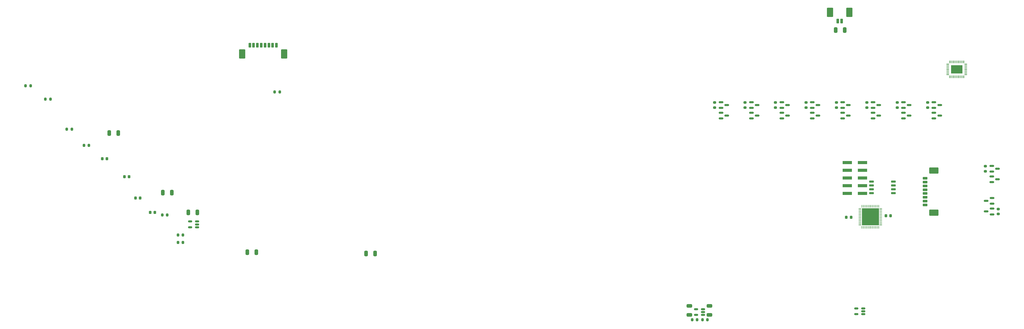
<source format=gbr>
%TF.GenerationSoftware,KiCad,Pcbnew,7.0.7+dfsg-1*%
%TF.CreationDate,2024-03-22T17:08:38+01:00*%
%TF.ProjectId,led_display,6c65645f-6469-4737-906c-61792e6b6963,rev?*%
%TF.SameCoordinates,Original*%
%TF.FileFunction,Soldermask,Bot*%
%TF.FilePolarity,Negative*%
%FSLAX46Y46*%
G04 Gerber Fmt 4.6, Leading zero omitted, Abs format (unit mm)*
G04 Created by KiCad (PCBNEW 7.0.7+dfsg-1) date 2024-03-22 17:08:38*
%MOMM*%
%LPD*%
G01*
G04 APERTURE LIST*
G04 Aperture macros list*
%AMRoundRect*
0 Rectangle with rounded corners*
0 $1 Rounding radius*
0 $2 $3 $4 $5 $6 $7 $8 $9 X,Y pos of 4 corners*
0 Add a 4 corners polygon primitive as box body*
4,1,4,$2,$3,$4,$5,$6,$7,$8,$9,$2,$3,0*
0 Add four circle primitives for the rounded corners*
1,1,$1+$1,$2,$3*
1,1,$1+$1,$4,$5*
1,1,$1+$1,$6,$7*
1,1,$1+$1,$8,$9*
0 Add four rect primitives between the rounded corners*
20,1,$1+$1,$2,$3,$4,$5,0*
20,1,$1+$1,$4,$5,$6,$7,0*
20,1,$1+$1,$6,$7,$8,$9,0*
20,1,$1+$1,$8,$9,$2,$3,0*%
G04 Aperture macros list end*
%ADD10RoundRect,0.250000X0.325000X0.650000X-0.325000X0.650000X-0.325000X-0.650000X0.325000X-0.650000X0*%
%ADD11RoundRect,0.050000X-0.050000X0.362500X-0.050000X-0.362500X0.050000X-0.362500X0.050000X0.362500X0*%
%ADD12RoundRect,0.050000X-0.362500X0.050000X-0.362500X-0.050000X0.362500X-0.050000X0.362500X0.050000X0*%
%ADD13R,3.800000X2.800000*%
%ADD14RoundRect,0.225000X-0.225000X-0.250000X0.225000X-0.250000X0.225000X0.250000X-0.225000X0.250000X0*%
%ADD15RoundRect,0.150000X-0.587500X-0.150000X0.587500X-0.150000X0.587500X0.150000X-0.587500X0.150000X0*%
%ADD16RoundRect,0.250000X0.650000X-0.325000X0.650000X0.325000X-0.650000X0.325000X-0.650000X-0.325000X0*%
%ADD17RoundRect,0.200000X-0.275000X0.200000X-0.275000X-0.200000X0.275000X-0.200000X0.275000X0.200000X0*%
%ADD18RoundRect,0.200000X0.200000X0.275000X-0.200000X0.275000X-0.200000X-0.275000X0.200000X-0.275000X0*%
%ADD19RoundRect,0.225000X0.225000X0.250000X-0.225000X0.250000X-0.225000X-0.250000X0.225000X-0.250000X0*%
%ADD20RoundRect,0.200000X-0.600000X0.200000X-0.600000X-0.200000X0.600000X-0.200000X0.600000X0.200000X0*%
%ADD21RoundRect,0.250001X-1.249999X0.799999X-1.249999X-0.799999X1.249999X-0.799999X1.249999X0.799999X0*%
%ADD22RoundRect,0.150000X0.587500X0.150000X-0.587500X0.150000X-0.587500X-0.150000X0.587500X-0.150000X0*%
%ADD23RoundRect,0.200000X0.275000X-0.200000X0.275000X0.200000X-0.275000X0.200000X-0.275000X-0.200000X0*%
%ADD24RoundRect,0.150000X0.512500X0.150000X-0.512500X0.150000X-0.512500X-0.150000X0.512500X-0.150000X0*%
%ADD25RoundRect,0.200000X-0.200000X-0.275000X0.200000X-0.275000X0.200000X0.275000X-0.200000X0.275000X0*%
%ADD26RoundRect,0.062500X-0.375000X-0.062500X0.375000X-0.062500X0.375000X0.062500X-0.375000X0.062500X0*%
%ADD27RoundRect,0.062500X-0.062500X-0.375000X0.062500X-0.375000X0.062500X0.375000X-0.062500X0.375000X0*%
%ADD28R,5.600000X5.600000*%
%ADD29RoundRect,0.250000X-0.650000X0.325000X-0.650000X-0.325000X0.650000X-0.325000X0.650000X0.325000X0*%
%ADD30RoundRect,0.200000X0.200000X0.600000X-0.200000X0.600000X-0.200000X-0.600000X0.200000X-0.600000X0*%
%ADD31RoundRect,0.250001X0.799999X1.249999X-0.799999X1.249999X-0.799999X-1.249999X0.799999X-1.249999X0*%
%ADD32RoundRect,0.150000X0.650000X0.150000X-0.650000X0.150000X-0.650000X-0.150000X0.650000X-0.150000X0*%
%ADD33R,3.150000X1.000000*%
%ADD34RoundRect,0.200000X-0.200000X-0.600000X0.200000X-0.600000X0.200000X0.600000X-0.200000X0.600000X0*%
%ADD35RoundRect,0.250001X-0.799999X-1.249999X0.799999X-1.249999X0.799999X1.249999X-0.799999X1.249999X0*%
G04 APERTURE END LIST*
D10*
%TO.C,C8*%
X-86102620Y-118400000D03*
X-89052620Y-118400000D03*
%TD*%
D11*
%TO.C,U1*%
X161100000Y-68737500D03*
X161500000Y-68737500D03*
X161900000Y-68737500D03*
X162300000Y-68737500D03*
X162700000Y-68737500D03*
X163100000Y-68737500D03*
X163500000Y-68737500D03*
X163900000Y-68737500D03*
X164300000Y-68737500D03*
X164700000Y-68737500D03*
X165100000Y-68737500D03*
X165500000Y-68737500D03*
X165900000Y-68737500D03*
D12*
X166462500Y-69400000D03*
X166462500Y-69800000D03*
X166462500Y-70200000D03*
X166462500Y-70600000D03*
X166462500Y-71000000D03*
X166462500Y-71400000D03*
X166462500Y-71800000D03*
X166462500Y-72200000D03*
X166462500Y-72600000D03*
X166462500Y-73000000D03*
D11*
X165900000Y-73662500D03*
X165500000Y-73662500D03*
X165100000Y-73662500D03*
X164700000Y-73662500D03*
X164300000Y-73662500D03*
X163900000Y-73662500D03*
X163500000Y-73662500D03*
X163100000Y-73662500D03*
X162700000Y-73662500D03*
X162300000Y-73662500D03*
X161900000Y-73662500D03*
X161500000Y-73662500D03*
X161100000Y-73662500D03*
D12*
X160537500Y-73000000D03*
X160537500Y-72600000D03*
X160537500Y-72200000D03*
X160537500Y-71800000D03*
X160537500Y-71400000D03*
X160537500Y-71000000D03*
X160537500Y-70600000D03*
X160537500Y-70200000D03*
X160537500Y-69800000D03*
X160537500Y-69400000D03*
D13*
X163500000Y-71200000D03*
%TD*%
D14*
%TO.C,C6*%
X140225000Y-119500000D03*
X141775000Y-119500000D03*
%TD*%
D15*
%TO.C,Q20*%
X175000000Y-108400000D03*
X175000000Y-106500000D03*
X176875000Y-107450000D03*
%TD*%
%TO.C,Q15*%
X126000000Y-87400000D03*
X126000000Y-85500000D03*
X127875000Y-86450000D03*
%TD*%
%TO.C,Q18*%
X156000000Y-87400000D03*
X156000000Y-85500000D03*
X157875000Y-86450000D03*
%TD*%
D16*
%TO.C,C11*%
X75644000Y-152167000D03*
X75644000Y-149217000D03*
%TD*%
D17*
%TO.C,R9*%
X153937500Y-82125000D03*
X153937500Y-83775000D03*
%TD*%
D18*
%TO.C,R18*%
X-121702620Y-96230000D03*
X-123352620Y-96230000D03*
%TD*%
D19*
%TO.C,C14*%
X-104872620Y-113580000D03*
X-106422620Y-113580000D03*
%TD*%
D15*
%TO.C,Q8*%
X156000000Y-83900000D03*
X156000000Y-82000000D03*
X157875000Y-82950000D03*
%TD*%
D17*
%TO.C,R7*%
X133937500Y-82125000D03*
X133937500Y-83775000D03*
%TD*%
D15*
%TO.C,Q1*%
X86000000Y-83900000D03*
X86000000Y-82000000D03*
X87875000Y-82950000D03*
%TD*%
D18*
%TO.C,R19*%
X-134372620Y-81030000D03*
X-136022620Y-81030000D03*
%TD*%
%TO.C,R1*%
X-95972620Y-119230000D03*
X-97622620Y-119230000D03*
%TD*%
D20*
%TO.C,J3*%
X153100000Y-107125000D03*
X153100000Y-108375000D03*
X153100000Y-109625000D03*
X153100000Y-110875000D03*
X153100000Y-112125000D03*
X153100000Y-113375000D03*
X153100000Y-114625000D03*
X153100000Y-115875000D03*
D21*
X156000000Y-104575000D03*
X156000000Y-118425000D03*
%TD*%
D15*
%TO.C,Q3*%
X106000000Y-83900000D03*
X106000000Y-82000000D03*
X107875000Y-82950000D03*
%TD*%
D17*
%TO.C,R5*%
X113937500Y-82125000D03*
X113937500Y-83775000D03*
%TD*%
D18*
%TO.C,R12*%
X-90822620Y-125780000D03*
X-92472620Y-125780000D03*
%TD*%
D10*
%TO.C,C13*%
X-66702620Y-131500000D03*
X-69652620Y-131500000D03*
%TD*%
D19*
%TO.C,C5*%
X128775000Y-120000000D03*
X127225000Y-120000000D03*
%TD*%
D15*
%TO.C,Q16*%
X136000000Y-87400000D03*
X136000000Y-85500000D03*
X137875000Y-86450000D03*
%TD*%
%TO.C,Q13*%
X106000000Y-87400000D03*
X106000000Y-85500000D03*
X107875000Y-86450000D03*
%TD*%
%TO.C,Q2*%
X96000000Y-83900000D03*
X96000000Y-82000000D03*
X97875000Y-82950000D03*
%TD*%
D17*
%TO.C,R6*%
X123937500Y-82125000D03*
X123937500Y-83775000D03*
%TD*%
D10*
%TO.C,C12*%
X-112092620Y-92200000D03*
X-115042620Y-92200000D03*
%TD*%
D18*
%TO.C,R13*%
X-127352620Y-90930000D03*
X-129002620Y-90930000D03*
%TD*%
D10*
%TO.C,C2*%
X-94452620Y-111850000D03*
X-97402620Y-111850000D03*
%TD*%
D22*
%TO.C,Q9*%
X175062500Y-117100000D03*
X175062500Y-119000000D03*
X173187500Y-118050000D03*
%TD*%
D23*
%TO.C,R10*%
X177125000Y-118875000D03*
X177125000Y-117225000D03*
%TD*%
D24*
%TO.C,U4*%
X132775000Y-150000000D03*
X132775000Y-150950000D03*
X132775000Y-151900000D03*
X130500000Y-151900000D03*
X130500000Y-150000000D03*
%TD*%
D15*
%TO.C,Q17*%
X146000000Y-87400000D03*
X146000000Y-85500000D03*
X147875000Y-86450000D03*
%TD*%
D22*
%TO.C,Q19*%
X175062500Y-113600000D03*
X175062500Y-115500000D03*
X173187500Y-114550000D03*
%TD*%
D24*
%TO.C,U5*%
X-86190120Y-121350000D03*
X-86190120Y-122300000D03*
X-86190120Y-123250000D03*
X-88465120Y-123250000D03*
X-88465120Y-121350000D03*
%TD*%
%TO.C,U3*%
X77808500Y-150250000D03*
X77808500Y-152150000D03*
X80083500Y-152150000D03*
X80083500Y-151200000D03*
X80083500Y-150250000D03*
%TD*%
D25*
%TO.C,R16*%
X79899000Y-153740000D03*
X81549000Y-153740000D03*
%TD*%
D10*
%TO.C,C3*%
X126649000Y-58236000D03*
X123699000Y-58236000D03*
%TD*%
D15*
%TO.C,Q7*%
X146000000Y-83900000D03*
X146000000Y-82000000D03*
X147875000Y-82950000D03*
%TD*%
%TO.C,Q12*%
X96000000Y-87400000D03*
X96000000Y-85500000D03*
X97875000Y-86450000D03*
%TD*%
D17*
%TO.C,R4*%
X103937500Y-82125000D03*
X103937500Y-83775000D03*
%TD*%
D25*
%TO.C,R15*%
X78184000Y-153740000D03*
X76534000Y-153740000D03*
%TD*%
D17*
%TO.C,R3*%
X93937500Y-82125000D03*
X93937500Y-83775000D03*
%TD*%
D26*
%TO.C,U2*%
X131662500Y-122550000D03*
X131662500Y-122050000D03*
X131662500Y-121550000D03*
X131662500Y-121050000D03*
X131662500Y-120550000D03*
X131662500Y-120050000D03*
X131662500Y-119550000D03*
X131662500Y-119050000D03*
X131662500Y-118550000D03*
X131662500Y-118050000D03*
X131662500Y-117550000D03*
X131662500Y-117050000D03*
D27*
X132350000Y-116362500D03*
X132850000Y-116362500D03*
X133350000Y-116362500D03*
X133850000Y-116362500D03*
X134350000Y-116362500D03*
X134850000Y-116362500D03*
X135350000Y-116362500D03*
X135850000Y-116362500D03*
X136350000Y-116362500D03*
X136850000Y-116362500D03*
X137350000Y-116362500D03*
X137850000Y-116362500D03*
D26*
X138537500Y-117050000D03*
X138537500Y-117550000D03*
X138537500Y-118050000D03*
X138537500Y-118550000D03*
X138537500Y-119050000D03*
X138537500Y-119550000D03*
X138537500Y-120050000D03*
X138537500Y-120550000D03*
X138537500Y-121050000D03*
X138537500Y-121550000D03*
X138537500Y-122050000D03*
X138537500Y-122550000D03*
D27*
X137850000Y-123237500D03*
X137350000Y-123237500D03*
X136850000Y-123237500D03*
X136350000Y-123237500D03*
X135850000Y-123237500D03*
X135350000Y-123237500D03*
X134850000Y-123237500D03*
X134350000Y-123237500D03*
X133850000Y-123237500D03*
X133350000Y-123237500D03*
X132850000Y-123237500D03*
X132350000Y-123237500D03*
D28*
X135100000Y-119800000D03*
%TD*%
D29*
%TO.C,C7*%
X82248000Y-149217000D03*
X82248000Y-152167000D03*
%TD*%
D15*
%TO.C,Q14*%
X116000000Y-87400000D03*
X116000000Y-85500000D03*
X117875000Y-86450000D03*
%TD*%
D18*
%TO.C,R14*%
X-140882620Y-76580000D03*
X-142532620Y-76580000D03*
%TD*%
D30*
%TO.C,J2*%
X-60092620Y-63230000D03*
X-61342620Y-63230000D03*
X-62592620Y-63230000D03*
X-63842620Y-63230000D03*
X-65092620Y-63230000D03*
X-66342620Y-63230000D03*
X-67592620Y-63230000D03*
X-68842620Y-63230000D03*
D31*
X-57542620Y-66130000D03*
X-71392620Y-66130000D03*
%TD*%
D10*
%TO.C,C9*%
X-27652620Y-131940000D03*
X-30602620Y-131940000D03*
%TD*%
D15*
%TO.C,Q4*%
X116000000Y-83900000D03*
X116000000Y-82000000D03*
X117875000Y-82950000D03*
%TD*%
D32*
%TO.C,U6*%
X142700000Y-108230000D03*
X142700000Y-109500000D03*
X142700000Y-110770000D03*
X142700000Y-112040000D03*
X135500000Y-112040000D03*
X135500000Y-110770000D03*
X135500000Y-109500000D03*
X135500000Y-108230000D03*
%TD*%
D15*
%TO.C,Q11*%
X86000000Y-87400000D03*
X86000000Y-85500000D03*
X87875000Y-86450000D03*
%TD*%
%TO.C,Q6*%
X136000000Y-83900000D03*
X136000000Y-82000000D03*
X137875000Y-82950000D03*
%TD*%
D18*
%TO.C,R20*%
X-59032620Y-78680000D03*
X-60682620Y-78680000D03*
%TD*%
D15*
%TO.C,Q10*%
X175000000Y-104900000D03*
X175000000Y-103000000D03*
X176875000Y-103950000D03*
%TD*%
D17*
%TO.C,R8*%
X143937500Y-82125000D03*
X143937500Y-83775000D03*
%TD*%
%TO.C,R2*%
X83937500Y-82125000D03*
X83937500Y-83775000D03*
%TD*%
D19*
%TO.C,C4*%
X-100032620Y-118390000D03*
X-101582620Y-118390000D03*
%TD*%
%TO.C,C1*%
X-115802620Y-100680000D03*
X-117352620Y-100680000D03*
%TD*%
D33*
%TO.C,J4*%
X127500000Y-112080000D03*
X132550000Y-112080000D03*
X127500000Y-109540000D03*
X132550000Y-109540000D03*
X127500000Y-107000000D03*
X132550000Y-107000000D03*
X127500000Y-104460000D03*
X132550000Y-104460000D03*
X127500000Y-101920000D03*
X132550000Y-101920000D03*
%TD*%
D17*
%TO.C,R11*%
X172937500Y-103125000D03*
X172937500Y-104775000D03*
%TD*%
D19*
%TO.C,C10*%
X-108512620Y-106620000D03*
X-110062620Y-106620000D03*
%TD*%
D15*
%TO.C,Q5*%
X126000000Y-83900000D03*
X126000000Y-82000000D03*
X127875000Y-82950000D03*
%TD*%
D18*
%TO.C,R17*%
X-90822620Y-128290000D03*
X-92472620Y-128290000D03*
%TD*%
D34*
%TO.C,J1*%
X124422000Y-55294000D03*
X125672000Y-55294000D03*
D35*
X121872000Y-52394000D03*
X128222000Y-52394000D03*
%TD*%
M02*

</source>
